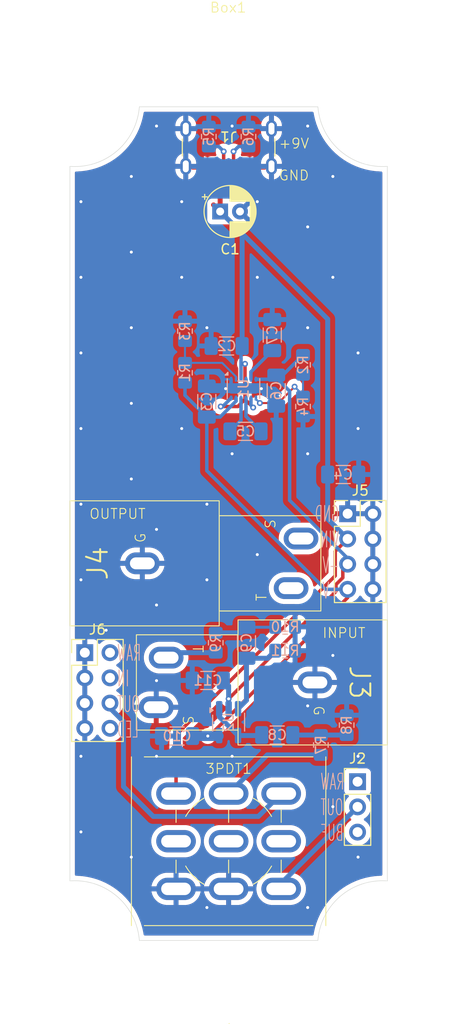
<source format=kicad_pcb>
(kicad_pcb (version 20240108) (generator "pcbnew") (generator_version "8.0")
  (layers (0 "F.Cu" jumper) (1 "In1.Cu" signal) (2 "In2.Cu" signal) (31 "B.Cu" signal) (34 "B.Paste" user) (35 "F.Paste" user) (36 "B.SilkS" user "B.Silkscreen") (37 "F.SilkS" user "F.Silkscreen") (38 "B.Mask" user) (39 "F.Mask" user) (44 "Edge.Cuts" user))
  (net 0 "")
  (net 1 "GND")
  (net 2 "VIN")
  (net 3 "Net-(J1-CC2)")
  (net 4 "Net-(U1-C+)")
  (net 5 "Net-(U1-C-)")
  (net 6 "+V")
  (net 7 "Net-(J1-CC1)")
  (net 8 "-V")
  (net 9 "LED")
  (net 10 "Net-(U1-CP)")
  (net 11 "Net-(U2--)")
  (net 12 "OUT^{RAW_OR_BUF}")
  (net 13 "IN^{RAW}")
  (net 14 "OUT^{RAW}")
  (net 16 "BUFFERED")
  (net 17 "IN^{EFF}")
  (net 18 "OUT^{EFF}")
  (net 19 "IN")
  (net 20 "FB+")
  (net 21 "FB-")
  (net 22 "Net-(C8-Pad2)")
  (net 23 "Net-(C9-Pad1)")
  (footprint "Connector_PinHeader_2.54mm:PinHeader_1x03_P2.54mm_Vertical" (layer "F.Cu") (at 113 126)
    (property "Reference" "J2")
    (property "Value" "Conn_01x03_Pin")
  )
  (footprint "Connector_PinHeader_2.54mm:PinHeader_2x04_P2.54mm_Vertical" (layer "F.Cu") (at 112 99)
    (property "Reference" "J5")
    (property "Value" "Conn_02x04_Odd_Even")
  )
  (footprint "Mylib:1590A" (layer "F.Cu") (at 100 100)
    (property "Reference" "Box1")
    (property "Value" "~")
  )
  (footprint "Mylib:3PDT-Stomp-Switch" (layer "F.Cu") (at 100 132)
    (property "Reference" "3PDT1")
    (property "Value" "~")
  )
  (footprint "Connector_PinHeader_2.54mm:PinHeader_2x04_P2.54mm_Vertical" (layer "F.Cu") (at 85.5 113)
    (property "Reference" "J6")
    (property "Value" "Conn_02x04_Odd_Even")
  )
  (footprint "Mylib:CK-6.35" (layer "F.Cu") (at 103.2 116 180)
    (property "Reference" "J3")
    (property "Value" "AudioJack2_Ground")
  )
  (footprint "Capacitor_THT:CP_Radial_D5.0mm_P2.00mm" (layer "F.Cu") (at 99.144888 68.55)
    (property "Reference" "C1")
    (property "Value" "47uF")
  )
  (footprint "Connector_USB:USB_C_Receptacle_GCT_USB4125-xx-x-0190_6P_TopMnt_Horizontal" (layer "F.Cu") (at 100 61 180)
    (property "Reference" "J1")
    (property "Value" "USB_C_Receptacle_PowerOnly_6P")
  )
  (footprint "Mylib:CK-6.35" (layer "F.Cu") (at 96.8 104)
    (property "Reference" "J4")
    (property "Value" "AudioJack2_Ground")
  )
  (footprint "Resistor_SMD:R_0805_2012Metric_Pad1.20x1.40mm_HandSolder" (layer "B.Cu") (at 98 61 90)
    (property "Reference" "R5")
    (property "Value" "5k1")
  )
  (footprint "Capacitor_SMD:C_1206_3216Metric_Pad1.33x1.80mm_HandSolder" (layer "B.Cu") (at 104.4 81 90)
    (property "Reference" "C7")
    (property "Value" "4.7uF")
  )
  (footprint "Capacitor_SMD:C_1206_3216Metric_Pad1.33x1.80mm_HandSolder" (layer "B.Cu") (at 99.8 82.1 180)
    (property "Reference" "C2")
    (property "Value" "4.7uF")
  )
  (footprint "Package_SON:WSON-12-1EP_3x2mm_P0.5mm_EP1x2.65" (layer "B.Cu") (at 101.5 86.4 -90)
    (property "Reference" "U1")
    (property "Value" "LM27762")
  )
  (footprint "Resistor_SMD:R_0805_2012Metric_Pad1.20x1.40mm_HandSolder" (layer "B.Cu") (at 107.5 84 -90)
    (property "Reference" "R2")
    (property "Value" "200k")
  )
  (footprint "Capacitor_SMD:C_1206_3216Metric_Pad1.33x1.80mm_HandSolder" (layer "B.Cu") (at 104.9 121.3)
    (property "Reference" "C8")
    (property "Value" "1uF")
  )
  (footprint "Capacitor_SMD:C_1206_3216Metric_Pad1.33x1.80mm_HandSolder" (layer "B.Cu") (at 101.7 90.7 180)
    (property "Reference" "C5")
    (property "Value" "1uF")
  )
  (footprint "Capacitor_SMD:C_1206_3216Metric_Pad1.33x1.80mm_HandSolder" (layer "B.Cu") (at 101.8 112 -90)
    (property "Reference" "C9")
    (property "Value" "0.1uF" (hide yes))
  )
  (footprint "Resistor_SMD:R_0805_2012Metric_Pad1.20x1.40mm_HandSolder" (layer "B.Cu") (at 111.9 120.3 90)
    (property "Reference" "R8")
    (property "Value" "470k")
  )
  (footprint "Resistor_SMD:R_0805_2012Metric_Pad1.20x1.40mm_HandSolder" (layer "B.Cu") (at 98.7 112 90)
    (property "Reference" "R9")
    (property "Value" "10k" (hide yes))
  )
  (footprint "Resistor_SMD:R_0805_2012Metric_Pad1.20x1.40mm_HandSolder" (layer "B.Cu") (at 105.7 112.8)
    (property "Reference" "R11")
    (property "Value" "470k" (hide yes))
  )
  (footprint "Resistor_SMD:R_0805_2012Metric_Pad1.20x1.40mm_HandSolder" (layer "B.Cu") (at 102 61 90)
    (property "Reference" "R6")
    (property "Value" "5k1")
  )
  (footprint "Resistor_SMD:R_0805_2012Metric_Pad1.20x1.40mm_HandSolder" (layer "B.Cu") (at 95.6 80.6 90)
    (property "Reference" "R3")
    (property "Value" "82k")
  )
  (footprint "Capacitor_SMD:C_1206_3216Metric_Pad1.33x1.80mm_HandSolder" (layer "B.Cu") (at 97.9 115.8 180)
    (property "Reference" "C11")
    (property "Value" "0.1uF" (hide yes))
  )
  (footprint "Resistor_SMD:R_0805_2012Metric_Pad1.20x1.40mm_HandSolder" (layer "B.Cu") (at 95.6 84.8 90)
    (property "Reference" "R1")
    (property "Value" "200k")
  )
  (footprint "Capacitor_SMD:C_1206_3216Metric_Pad1.33x1.80mm_HandSolder" (layer "B.Cu") (at 97.8 87.7 90)
    (property "Reference" "C3")
    (property "Value" "2.2uF")
  )
  (footprint "Resistor_SMD:R_0805_2012Metric_Pad1.20x1.40mm_HandSolder" (layer "B.Cu") (at 107.5 88.2 -90)
    (property "Reference" "R4")
    (property "Value" "82k")
  )
  (footprint "Capacitor_SMD:C_1206_3216Metric_Pad1.33x1.80mm_HandSolder" (layer "B.Cu") (at 111.55 95.05)
    (property "Reference" "C4")
    (property "Value" "1uF")
  )
  (footprint "Resistor_SMD:R_0805_2012Metric_Pad1.20x1.40mm_HandSolder" (layer "B.Cu") (at 109.3 122.3 -90)
    (property "Reference" "R7")
    (property "Value" "10k")
  )
  (footprint "Resistor_SMD:R_0805_2012Metric_Pad1.20x1.40mm_HandSolder" (layer "B.Cu") (at 105.7 110.4)
    (property "Reference" "R10")
    (property "Value" "1M0" (hide yes))
  )
  (footprint "Capacitor_SMD:C_1206_3216Metric_Pad1.33x1.80mm_HandSolder" (layer "B.Cu") (at 104.8 86.6 -90)
    (property "Reference" "C6")
    (property "Value" "2.2uF")
  )
  (footprint "Package_TO_SOT_SMD:SOT-23-5_HandSoldering" (layer "B.Cu") (at 100 120 -90)
    (property "Reference" "U2")
    (property "Value" "OPA1655" (hide yes))
  )
  (footprint "Capacitor_SMD:C_1206_3216Metric_Pad1.33x1.80mm_HandSolder" (layer "B.Cu") (at 94.8 121.4 180)
    (property "Reference" "C10")
    (property "Value" "0.1uF" (hide yes))
  )
  (gr_arc (start 109 142) (mid 111.257359 137.550253) (end 116 136) (stroke (width 0.05)) (layer "Edge.Cuts"))
  (gr_arc (start 91 58) (mid 88.742641 62.449747) (end 84 64) (stroke (width 0.05)) (layer "Edge.Cuts"))
  (gr_arc (start 116 64) (mid 111.261569 62.444812) (end 109 58) (stroke (width 0.05)) (layer "Edge.Cuts"))
  (gr_line (start 91 142) (end 109 142) (stroke (width 0.05)) (layer "Edge.Cuts"))
  (gr_line (start 116 64) (end 116 136) (stroke (width 0.05)) (layer "Edge.Cuts"))
  (gr_line (start 91 58) (end 109 58) (stroke (width 0.05)) (layer "Edge.Cuts"))
  (gr_line (start 84 136) (end 84 64) (stroke (width 0.05)) (layer "Edge.Cuts"))
  (gr_arc (start 84 136) (mid 88.742641 137.550253) (end 91 142) (stroke (width 0.05)) (layer "Edge.Cuts"))
  (gr_text "GND\nVIN\n-V\n+V" (at 111.2 107.7 0) (layer "B.SilkS") (effects (font (size 1.6 0.8) (thickness 0.1)) (justify left bottom mirror)))
  (gr_text "RAW\nOUT\nBUF" (at 109.2 132.1 0) (layer "B.SilkS") (effects (font (size 1.6 0.8) (thickness 0.1)) (justify right bottom mirror)))
  (gr_text "RAW\nIN\nOUT\nLED" (at 88.7 121.7 0) (layer "B.SilkS") (effects (font (size 1.6 0.8) (thickness 0.1)) (justify right bottom mirror)))
  (gr_text "INPUT" (at 109.4 111.6 0) (layer "F.SilkS") (effects (font (size 1 1) (thickness 0.1)) (justify left bottom)))
  (gr_text "+9V\n\nGND" (at 105 65.5 0) (layer "F.SilkS") (effects (font (size 1 1) (thickness 0.1)) (justify left bottom)))
  (gr_text "OUTPUT" (at 85.9 99.6 0) (layer "F.SilkS") (effects (font (size 1 1) (thickness 0.1)) (justify left bottom)))
  (via (at 110.51 65.0195) (size 0.6) (drill 0.3) (layers "F.Cu" "B.Cu") (net 1))
  (via (at 92.73 108.1995) (size 0.6) (drill 0.3) (layers "F.Cu" "B.Cu") (net 1))
  (via (at 110.51 75.1795) (size 0.6) (drill 0.3) (layers "F.Cu" "B.Cu") (net 1))
  (via (at 90.19 95.4995) (size 0.6) (drill 0.3) (layers "F.Cu" "B.Cu") (net 1))
  (via (at 87.65 110.7395) (size 0.6) (drill 0.3) (layers "F.Cu" "B.Cu") (net 1))
  (via (at 99.7 86.4) (size 0.6) (drill 0.3) (layers "F.Cu" "B.Cu") (net 1))
  (via (at 107.97 92.9595) (size 0.6) (drill 0.3) (layers "F.Cu" "B.Cu") (net 1))
  (via (at 85.11 105.6595) (size 0.6) (drill 0.3) (layers "F.Cu" "B.Cu") (net 1))
  (via (at 110.51 128.5195) (size 0.6) (drill 0.3) (layers "F.Cu" "B.Cu") (net 1))
  (via (at 85.11 67.5595) (size 0.6) (drill 0.3) (layers "F.Cu" "B.Cu") (net 1))
  (via (at 92.73 100.5795) (size 0.6) (drill 0.3) (layers "F.Cu" "B.Cu") (net 1))
  (via (at 85.11 75.1795) (size 0.6) (drill 0.3) (layers "F.Cu" "B.Cu") (net 1))
  (via (at 113.05 123.4395) (size 0.6) (drill 0.3) (layers "F.Cu" "B.Cu") (net 1))
  (via (at 85.11 82.7995) (size 0.6) (drill 0.3) (layers "F.Cu" "B.Cu") (net 1))
  (via (at 85.11 98.0395) (size 0.6) (drill 0.3) (layers "F.Cu" "B.Cu") (net 1))
  (via (at 102.89 67.5595) (size 0.6) (drill 0.3) (layers "F.Cu" "B.Cu") (net 1))
  (via (at 113.05 133.5995) (size 0.6) (drill 0.3) (layers "F.Cu" "B.Cu") (net 1))
  (via (at 90.19 65.0195) (size 0.6) (drill 0.3) (layers "F.Cu" "B.Cu") (net 1))
  (via (at 90.19 133.5995) (size 0.6) (drill 0.3) (layers "F.Cu" "B.Cu") (net 1))
  (via (at 95.27 75.1795) (size 0.6) (drill 0.3) (layers "F.Cu" "B.Cu") (net 1))
  (via (at 85.11 123.4395) (size 0.6) (drill 0.3) (layers "F.Cu" "B.Cu") (net 1))
  (via (at 107.97 59.9395) (size 0.6) (drill 0.3) (layers "F.Cu" "B.Cu") (net 1))
  (via (at 85.11 90.4195) (size 0.6) (drill 0.3) (layers "F.Cu" "B.Cu") (net 1))
  (via (at 107.97 70.0995) (size 0.6) (drill 0.3) (layers "F.Cu" "B.Cu") (net 1))
  (via (at 107.97 118.3595) (size 0.6) (drill 0.3) (layers "F.Cu" "B.Cu") (net 1))
  (via (at 113.05 90.4195) (size 0.6) (drill 0.3) (layers "F.Cu" "B.Cu") (net 1))
  (via (at 92.73 59.9395) (size 0.6) (drill 0.3) (layers "F.Cu" "B.Cu") (net 1))
  (via (at 113.05 82.7995) (size 0.6) (drill 0.3) (layers "F.Cu" "B.Cu") (net 1))
  (via (at 110.51 113.2795) (size 0.6) (drill 0.3) (layers "F.Cu" "B.Cu") (net 1))
  (via (at 85.11 131.0595) (size 0.6) (drill 0.3) (layers "F.Cu" "B.Cu") (net 1))
  (via (at 95.27 90.4195) (size 0.6) (drill 0.3) (layers "F.Cu" "B.Cu") (net 1))
  (via (at 97.81 105.6595) (size 0.6) (drill 0.3) (layers "F.Cu" "B.Cu") (net 1))
  (via (at 100.35 123.4395) (size 0.6) (drill 0.3) (layers "F.Cu" "B.Cu") (net 1))
  (via (at 103.3 86.4) (size 0.6) (drill 0.3) (layers "F.Cu" "B.Cu") (net 1))
  (via (at 92.73 123.4395) (size 0.6) (drill 0.3) (layers "F.Cu" "B.Cu") (net 1))
  (via (at 92.73 115.8195) (size 0.6) (drill 0.3) (layers "F.Cu" "B.Cu") (net 1))
  (via (at 107.97 80.2595) (size 0.6) (drill 0.3) (layers "F.Cu" "B.Cu") (net 1))
  (via (at 102.89 103.1195) (size 0.6) (drill 0.3) (layers "F.Cu" "B.Cu") (net 1))
  (via (at 97.81 138.6795) (size 0.6) (drill 0.3) (layers "F.Cu" "B.Cu") (net 1))
  (via (at 107.97 138.6795) (size 0.6) (drill 0.3) (layers "F.Cu" "B.Cu") (net 1))
  (via (at 97.81 80.2595) (size 0.6) (drill 0.3) (layers "F.Cu" "B.Cu") (net 1))
  (via (at 102.89 75.1795) (size 0.6) (drill 0.3) (layers "F.Cu" "B.Cu") (net 1))
  (via (at 90.19 72.6395) (size 0.6) (drill 0.3) (layers "F.Cu" "B.Cu") (net 1))
  (via (at 97.81 98.0395) (size 0.6) (drill 0.3) (layers "F.Cu" "B.Cu") (net 1))
  (via (at 100.35 92.9595) (size 0.6) (drill 0.3) (layers "F.Cu" "B.Cu") (net 1))
  (via (at 90.19 87.8795) (size 0.6) (drill 0.3) (layers "F.Cu" "B.Cu") (net 1))
  (via (at 95.27 67.5595) (size 0.6) (drill 0.3) (layers "F.Cu" "B.Cu") (net 1))
  (via (at 100.35 59.9395) (size 0.6) (drill 0.3) (layers "F.Cu" "B.Cu") (net 1))
  (via (at 90.19 80.2595) (size 0.6) (drill 0.3) (layers "F.Cu" "B.Cu") (net 1))
  (segment (start 104.8 87.6) (end 104.8 88.1625) (width 1) (layer "B.Cu") (net 1))
  (segment (start 103.55 86.35) (end 104.8 87.6) (width 1) (layer "B.Cu") (net 1))
  (segment (start 97.8 86.1375) (end 98.0125 86.35) (width 1) (layer "B.Cu") (net 1))
  (segment (start 100.25 86.15) (end 100.5 86.4) (width 0.35) (layer "B.Cu") (net 1))
  (segment (start 100.25 85.45) (end 100.25 86.15) (width 0.35) (layer "B.Cu") (net 1))
  (segment (start 101.75 85.45) (end 101.75 86.15) (width 0.35) (layer "B.Cu") (net 1))
  (segment (start 98.0125 86.35) (end 103.55 86.35) (width 1) (layer "B.Cu") (net 1))
  (segment (start 101.52 64.68) (end 101.12 65.08) (width 0.5) (layer "F.Cu") (net 2))
  (segment (start 110.75 102.79) (end 110.75 105.25) (width 0.35) (layer "F.Cu") (net 2))
  (segment (start 98.48 67.885112) (end 99.144888 68.55) (width 0.5) (layer "F.Cu") (net 2))
  (segment (start 110.75 105.25) (end 94.7 121.3) (width 0.35) (layer "F.Cu") (net 2))
  (segment (start 99.144888 68.55) (end 99.144888 65.285112) (width 0.5) (layer "F.Cu") (net 2))
  (segment (start 101.65 83.9) (end 101.65 87.475) (width 0.35) (layer "F.Cu") (net 2))
  (segment (start 99.144888 65.285112) (end 99.35 65.08) (width 0.5) (layer "F.Cu") (net 2))
  (segment (start 99.35 65.08) (end 98.86 65.08) (width 0.5) (layer "F.Cu") (net 2))
  (segment (start 101.65 87.475) (end 102.475 88.3) (width 0.35) (layer "F.Cu") (net 2))
  (segment (start 100.925 88.2) (end 101.65 87.475) (width 0.35) (layer "F.Cu") (net 2))
  (segment (start 99.2 88.2) (end 100.925 88.2) (width 0.35) (layer "F.Cu") (net 2))
  (segment (start 98.86 65.08) (end 98.48 64.7) (width 0.5) (layer "F.Cu") (net 2))
  (segment (start 94.7 121.3) (end 94.7 127.2) (width 0.35) (layer "F.Cu") (net 2))
  (segment (start 112 101.54) (end 110.75 102.79) (width 0.35) (layer "F.Cu") (net 2))
  (segment (start 101.12 65.08) (end 99.35 65.08) (width 0.5) (layer "F.Cu") (net 2))
  (segment (start 101.52 64.08) (end 101.52 64.68) (width 0.5) (layer "F.Cu") (net 2))
  (segment (start 98.48 64.7) (end 98.48 64.08) (width 0.5) (layer "F.Cu") (net 2))
  (via (at 101.65 83.9) (size 0.6) (drill 0.3) (layers "F.Cu" "B.Cu") (net 2))
  (via (at 102.475 88.3) (size 0.6) (drill 0.3) (layers "F.Cu" "B.Cu") (net 2))
  (via (at 99.2 88.2) (size 0.6) (drill 0.3) (layers "F.Cu" "B.Cu") (net 2))
  (segment (start 102.25 87.35) (end 102.25 88.075) (width 0.35) (layer "B.Cu") (net 2))
  (segment (start 101.3625 82.1) (end 101.3625 70.767612) (width 0.5) (layer "B.Cu") (net 2))
  (segment (start 109.9875 79.392612) (end 101.3625 70.767612) (width 0.5) (layer "B.Cu") (net 2))
  (segment (start 101.25 85.45) (end 101.25 82.2125) (width 0.35) (layer "B.Cu") (net 2))
  (segment (start 99.4 88.2) (end 99.2 88.2) (width 0.35) (layer "B.Cu") (net 2))
  (segment (start 109.9875 99.5275) (end 112 101.54) (width 0.5) (layer "B.Cu") (net 2))
  (segment (start 102.25 88.075) (end 102.475 88.3) (width 0.35) (layer "B.Cu") (net 2))
  (segment (start 109.9875 95.05) (end 109.9875 79.392612) (width 0.5) (layer "B.Cu") (net 2))
  (segment (start 100.25 87.35) (end 99.4 88.2) (width 0.35) (layer "B.Cu") (net 2))
  (segment (start 109.9875 95.05) (end 109.9875 99.5275) (width 0.5) (layer "B.Cu") (net 2))
  (segment (start 101.3625 70.767612) (end 99.144888 68.55) (width 0.5) (layer "B.Cu") (net 2))
  (segment (start 99.5 62.5) (end 99.5 64.08) (width 0.35) (layer "F.Cu") (net 3))
  (via (at 99.5 62.5) (size 0.6) (drill 0.3) (layers "F.Cu" "B.Cu") (net 3))
  (segment (start 99 62) (end 99.5 62.5) (width 0.35) (layer "B.Cu") (net 3))
  (segment (start 98 62) (end 99 62) (width 0.35) (layer "B.Cu") (net 3))
  (segment (start 101.25 89.5875) (end 100.1375 90.7) (width 0.35) (layer "B.Cu") (net 4))
  (segment (start 101.25 87.35) (end 101.25 89.5875) (width 0.35) (layer "B.Cu") (net 4))
  (segment (start 101.75 89.1875) (end 103.2625 90.7) (width 0.35) (layer "B.Cu") (net 5))
  (segment (start 101.75 87.35) (end 101.75 89.1875) (width 0.35) (layer "B.Cu") (net 5))
  (segment (start 98.05 121.4) (end 97.9 121.4) (width 0.35) (layer "F.Cu") (net 6))
  (segment (start 112 106.62) (end 112 107.45) (width 0.35) (layer "F.Cu") (net 6))
  (segment (start 112 107.45) (end 98.05 121.4) (width 0.35) (layer "F.Cu") (net 6))
  (via (at 97.9 121.4) (size 0.6) (drill 0.3) (layers "F.Cu" "B.Cu") (net 6))
  (segment (start 96.3625 121.4) (end 99 121.4) (width 1) (layer "B.Cu") (net 6))
  (segment (start 95.6 87.0625) (end 97.8 89.2625) (width 0.35) (layer "B.Cu") (net 6))
  (segment (start 97.8 89.2625) (end 97.8 94.665254) (width 0.35) (layer "B.Cu") (net 6))
  (segment (start 97.8 89.2625) (end 99.13724 89.2625) (width 0.35) (layer "B.Cu") (net 6))
  (segment (start 95.6 85.8) (end 95.6 87.0625) (width 0.35) (layer "B.Cu") (net 6))
  (segment (start 99.13724 89.2625) (end 100.75 87.64974) (width 0.35) (layer "B.Cu") (net 6))
  (segment (start 100.75 87.64974) (end 100.75 87.35) (width 0.35) (layer "B.Cu") (net 6))
  (segment (start 109.754746 106.62) (end 112 106.62) (width 0.35) (layer "B.Cu") (net 6))
  (segment (start 97.8 94.665254) (end 109.754746 106.62) (width 0.35) (layer "B.Cu") (net 6))
  (segment (start 100.5 62.5) (end 100.5 64.08) (width 0.35) (layer "F.Cu") (net 7))
  (via (at 100.5 62.5) (size 0.6) (drill 0.3) (layers "F.Cu" "B.Cu") (net 7))
  (segment (start 101 62) (end 100.5 62.5) (width 0.35) (layer "B.Cu") (net 7))
  (segment (start 102 62) (end 101 62) (width 0.35) (layer "B.Cu") (net 7))
  (segment (start 111.513299 105.445) (end 111.513299 104.566701) (width 0.35) (layer "F.Cu") (net 8))
  (segment (start 111.513299 104.566701) (end 112 104.08) (width 0.35) (layer "F.Cu") (net 8))
  (segment (start 111.513299 105.445) (end 110.825 106.133299) (width 0.35) (layer "F.Cu") (net 8))
  (segment (start 110.825 106.133299) (end 110.825 106.825) (width 0.35) (layer "F.Cu") (net 8))
  (segment (start 100 117.65) (end 99.999994 117.65) (width 0.35) (layer "F.Cu") (net 8))
  (segment (start 110.825 106.825) (end 100 117.65) (width 0.35) (layer "F.Cu") (net 8))
  (via (at 99.999994 117.65) (size 0.6) (drill 0.3) (layers "F.Cu" "B.Cu") (net 8))
  (segment (start 106.15 97.65) (end 112 103.5) (width 0.35) (layer "B.Cu") (net 8))
  (segment (start 104.8 85.3) (end 106.15 86.65) (width 0.35) (layer "B.Cu") (net 8))
  (segment (start 100 117.649994) (end 99.999994 117.65) (width 0.5) (layer "B.Cu") (net 8))
  (segment (start 102.75 85.45) (end 104.3875 85.45) (width 0.35) (layer "B.Cu") (net 8))
  (segment (start 100 118.65) (end 100 117.650006) (width 0.5) (layer "B.Cu") (net 8))
  (segment (start 100 116.3375) (end 100 117.649994) (width 0.5) (layer "B.Cu") (net 8))
  (segment (start 100 116.3375) (end 99.4625 115.8) (width 0.3) (layer "B.Cu") (net 8))
  (segment (start 105.4625 85.0375) (end 107.5 83) (width 0.35) (layer "B.Cu") (net 8))
  (segment (start 100 117.650006) (end 99.999994 117.65) (width 0.5) (layer "B.Cu") (net 8))
  (segment (start 106.15 86.65) (end 106.15 97.65) (width 0.35) (layer "B.Cu") (net 8))
  (segment (start 102.25 85.45) (end 102.25 84.7125) (width 0.35) (layer "B.Cu") (net 10))
  (segment (start 102.25 84.7125) (end 104.4 82.5625) (width 0.35) (layer "B.Cu") (net 10))
  (segment (start 99.05 119.45) (end 100.95 121.35) (width 0.5) (layer "B.Cu") (net 11))
  (segment (start 100.95 121.35) (end 103.2875 121.35) (width 0.5) (layer "B.Cu") (net 11))
  (segment (start 99.05 118.65) (end 99.05 119.45) (width 0.3) (layer "B.Cu") (net 11))
  (segment (start 113 128.54) (end 105.3 136.24) (width 0.5) (layer "B.Cu") (net 12))
  (segment (start 98.7 113) (end 94.2 113) (width 0.5) (layer "B.Cu") (net 13))
  (segment (start 100 127.2) (end 103.9 123.3) (width 0.5) (layer "B.Cu") (net 16))
  (segment (start 103.9 123.3) (end 109.3 123.3) (width 0.5) (layer "B.Cu") (net 16))
  (segment (start 87.54 118.08) (end 89.4 119.94) (width 0.5) (layer "B.Cu") (net 18))
  (segment (start 92.4 129.5) (end 103 129.5) (width 0.5) (layer "B.Cu") (net 18))
  (segment (start 89.4 119.94) (end 89.4 126.5) (width 0.5) (layer "B.Cu") (net 18))
  (segment (start 103 129.5) (end 105.3 127.2) (width 0.5) (layer "B.Cu") (net 18))
  (segment (start 89.4 126.5) (end 92.4 129.5) (width 0.5) (layer "B.Cu") (net 18))
  (segment (start 103.9375 113.5625) (end 104.7 112.8) (width 0.5) (layer "B.Cu") (net 19))
  (segment (start 101.8 117.8) (end 100.95 118.65) (width 0.5) (layer "B.Cu") (net 19))
  (segment (start 101.8 113.5625) (end 103.9375 113.5625) (width 0.5) (layer "B.Cu") (net 19))
  (segment (start 101.8 113.5625) (end 101.8 117.8) (width 0.5) (layer "B.Cu") (net 19))
  (segment (start 95.6 83.8) (end 99.349999 83.8) (width 0.2) (layer "B.Cu") (net 20))
  (segment (start 95.6 81.6) (end 95.6 83.8) (width 0.2) (layer "B.Cu") (net 20))
  (segment (start 99.349999 83.8) (end 100.75 85.200001) (width 0.2) (layer "B.Cu") (net 20))
  (segment (start 100.75 85.200001) (end 100.75 85.45) (width 0.2) (layer "B.Cu") (net 20))
  (segment (start 105 87.85) (end 106.65 86.2) (width 0.2) (layer "F.Cu") (net 21))
  (segment (start 103.15 87.85) (end 105 87.85) (width 0.2) (layer "F.Cu") (net 21))
  (via (at 106.65 86.2) (size 0.6) (drill 0.3) (layers "F.Cu" "B.Cu") (net 21))
  (via (at 103.15 87.85) (size 0.6) (drill 0.3) (layers "F.Cu" "B.Cu") (net 21))
  (segment (start 107.5 85) (end 107.5 87.2) (width 0.2) (layer "B.Cu") (net 21))
  (segment (start 107.5 87.05) (end 106.65 86.2) (width 0.2) (layer "B.Cu") (net 21))
  (segment (start 102.75 87.45) (end 103.15 87.85) (width 0.2) (layer "B.Cu") (net 21))
  (segment (start 106.4625 121.3) (end 111.9 121.3) (width 0.5) (layer "B.Cu") (net 22))
  (segment (start 101.2375 111) (end 101.8 110.4375) (width 0.3) (layer "B.Cu") (net 23))
  (segment (start 98.7 111) (end 101.2375 111) (width 0.5) (layer "B.Cu") (net 23))
  (segment (start 101.8 110.4375) (end 104.6625 110.4375) (width 0.3) (layer "B.Cu") (net 23))
  (zone (net 1) (net_name "GND") (layers "F.Cu" "In1.Cu" "In2.Cu" "B.Cu") (connect_pads (clearance 0.5)) (min_thickness 0.25) (fill yes (thermal_gap 0.5) (thermal_bridge_width 0.5) (smoothing fillet) (radius 1))
    (polygon (pts (xy 80.7 50) (xy 119.3 50) (xy 119.3 150) (xy 80.7 150)))
  )
)
</source>
